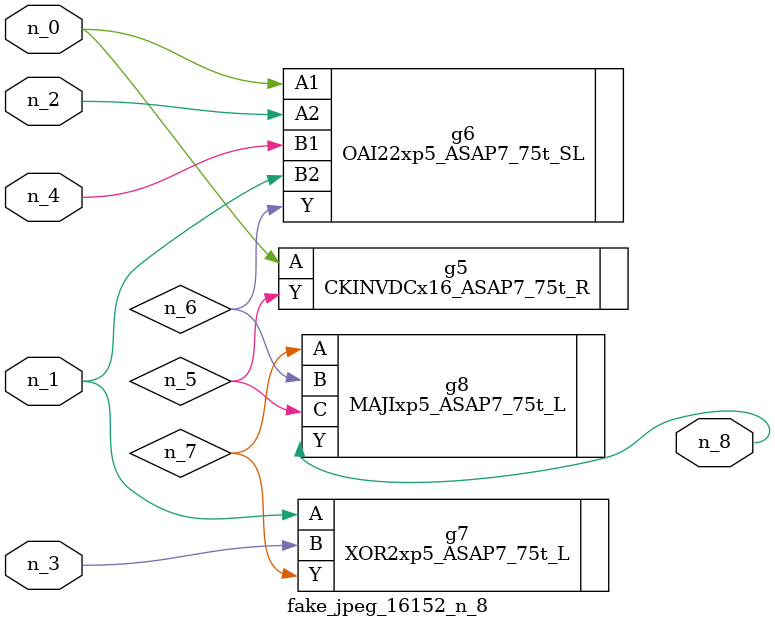
<source format=v>
module fake_jpeg_16152_n_8 (n_3, n_2, n_1, n_0, n_4, n_8);

input n_3;
input n_2;
input n_1;
input n_0;
input n_4;

output n_8;

wire n_6;
wire n_5;
wire n_7;

CKINVDCx16_ASAP7_75t_R g5 ( 
.A(n_0),
.Y(n_5)
);

OAI22xp5_ASAP7_75t_SL g6 ( 
.A1(n_0),
.A2(n_2),
.B1(n_4),
.B2(n_1),
.Y(n_6)
);

XOR2xp5_ASAP7_75t_L g7 ( 
.A(n_1),
.B(n_3),
.Y(n_7)
);

MAJIxp5_ASAP7_75t_L g8 ( 
.A(n_7),
.B(n_6),
.C(n_5),
.Y(n_8)
);


endmodule
</source>
